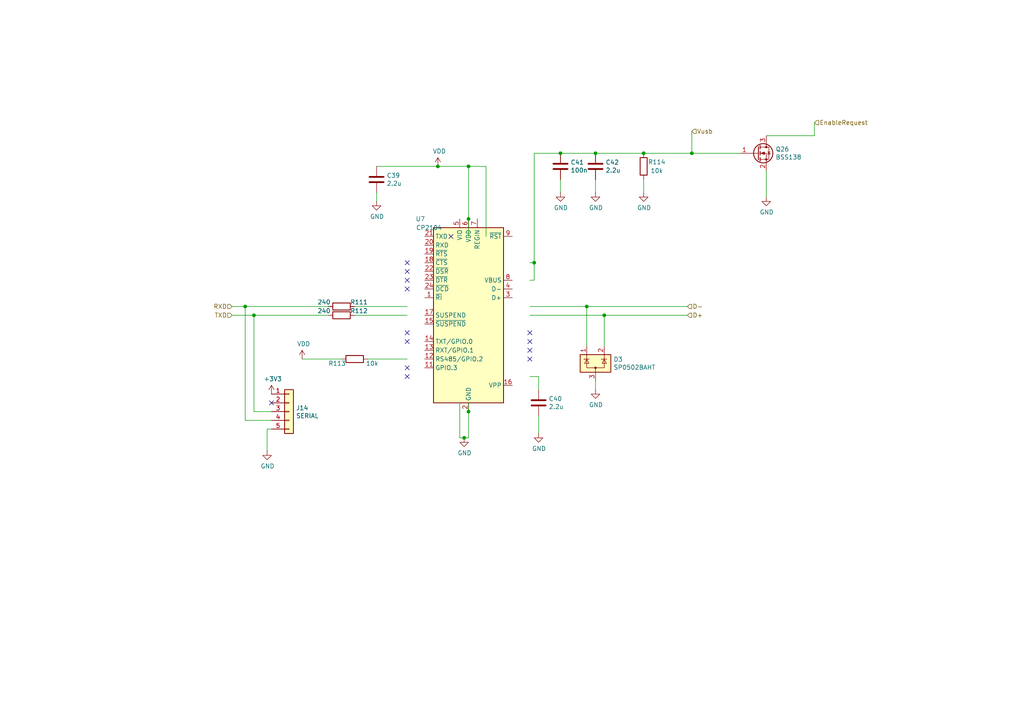
<source format=kicad_sch>
(kicad_sch (version 20250114) (generator "eeschema") (generator_version "9.0")
  (paper "A4")
  (lib_symbols
    (symbol "BMS-Master-rescue:+3.3V-power-BMS-Master-rescue" (power) (pin_names (offset 0))
      (property "Value" "+3.3V-power-BMS-Master-rescue" (at 0 3.556 0))
      (symbol "+3.3V-power-BMS-Master-rescue_0_1"
        (polyline (pts (xy -0.762 1.27) (xy 0 2.54)))
        (polyline (pts (xy 0 2.54) (xy 0.762 1.27)))
        (polyline (pts (xy 0 0) (xy 0 2.54)))
      )
      (symbol "+3.3V-power-BMS-Master-rescue_1_1"
        (pin power_in line (at 0 0 90) (length 0) (hide yes) (name "+3V3") (number "1"))
      )
    )
    (symbol "BMS-Master-rescue:Conn_01x05-Connector_Generic-BMS-Master-rescue" (pin_names (offset 1.016) (hide yes))
      (property "Reference" "J" (at 0 7.62 0))
      (property "Value" "Conn_01x05-Connector_Generic-BMS-Master-rescue" (at 0 -7.62 0))
      (symbol "Conn_01x05-Connector_Generic-BMS-Master-rescue_1_1"
        (rectangle (start -1.27 6.35) (end 1.27 -6.35) (stroke (width 0.254)) (fill (type background)))
        (rectangle (start -1.27 5.207) (end 0 4.953) (stroke (width 0.1524)))
        (rectangle (start -1.27 2.667) (end 0 2.413) (stroke (width 0.1524)))
        (rectangle (start -1.27 0.127) (end 0 -0.127) (stroke (width 0.1524)))
        (rectangle (start -1.27 -2.413) (end 0 -2.667) (stroke (width 0.1524)))
        (rectangle (start -1.27 -4.953) (end 0 -5.207) (stroke (width 0.1524)))
        (pin passive line (at -5.08 5.08 0) (length 3.81) (name "Pin_1") (number "1"))
        (pin passive line (at -5.08 2.54 0) (length 3.81) (name "Pin_2") (number "2"))
        (pin passive line (at -5.08 0 0) (length 3.81) (name "Pin_3") (number "3"))
        (pin passive line (at -5.08 -2.54 0) (length 3.81) (name "Pin_4") (number "4"))
        (pin passive line (at -5.08 -5.08 0) (length 3.81) (name "Pin_5") (number "5"))
      )
    )
    (symbol "Device:C" (pin_numbers (hide yes)) (pin_names (offset 0.254))
      (property "Reference" "C" (at 0.635 2.54 0))
      (property "Value" "C" (at 0.635 -2.54 0))
      (symbol "C_0_1"
        (polyline (pts (xy -2.032 0.762) (xy 2.032 0.762)) (stroke (width 0.508)))
        (polyline (pts (xy -2.032 -0.762) (xy 2.032 -0.762)) (stroke (width 0.508)))
      )
      (symbol "C_1_1"
        (pin passive line (at 0 3.81 270) (length 2.794) (name "~") (number "1"))
        (pin passive line (at 0 -3.81 90) (length 2.794) (name "~") (number "2"))
      )
    )
    (symbol "Device:R" (pin_numbers (hide yes)) (pin_names (offset 0))
      (property "Reference" "R" (at 2.032 0 90))
      (property "Value" "R" (at 0 0 90))
      (symbol "R_0_1"
        (rectangle (start -1.016 -2.54) (end 1.016 2.54) (stroke (width 0.254)))
      )
      (symbol "R_1_1"
        (pin passive line (at 0 3.81 270) (length 1.27) (name "~") (number "1"))
        (pin passive line (at 0 -3.81 90) (length 1.27) (name "~") (number "2"))
      )
    )
    (symbol "Interface_USB:CP2104"
      (property "Reference" "U" (at -5.08 28.575 0))
      (property "Value" "CP2104" (at -5.08 26.67 0))
      (symbol "CP2104_1_1"
        (rectangle (start -10.16 25.4) (end 10.16 -25.4) (stroke (width 0.254)) (fill (type background)))
        (pin bidirectional line (at -12.7 22.86 0) (length 2.54) (name "~{RST}") (number "9"))
        (pin input line (at -12.7 10.16 0) (length 2.54) (name "VBUS") (number "8"))
        (pin bidirectional line (at -12.7 7.62 0) (length 2.54) (name "D-") (number "4"))
        (pin bidirectional line (at -12.7 5.08 0) (length 2.54) (name "D+") (number "3"))
        (pin passive line (at -12.7 -20.32 0) (length 2.54) (name "VPP") (number "16"))
        (pin power_in line (at -2.54 27.94 270) (length 2.54) (name "REGIN") (number "7"))
        (pin power_in line (at 0 27.94 270) (length 2.54) (name "VDD") (number "6"))
        (pin power_in line (at 0 -27.94 90) (length 2.54) (name "GND") (number "2"))
        (pin passive line (at 0 -27.94 90) (length 2.54) (hide yes) (name "GND") (number "25"))
        (pin power_in line (at 2.54 27.94 270) (length 2.54) (name "VIO") (number "5"))
        (pin no_connect line (at 10.16 -20.32 180) (length 2.54) (hide yes) (name "NC") (number "10"))
        (pin output line (at 12.7 22.86 180) (length 2.54) (name "TXD") (number "21"))
        (pin input line (at 12.7 20.32 180) (length 2.54) (name "RXD") (number "20"))
        (pin output line (at 12.7 17.78 180) (length 2.54) (name "~{RTS}") (number "19"))
        (pin input line (at 12.7 15.24 180) (length 2.54) (name "~{CTS}") (number "18"))
        (pin input line (at 12.7 12.7 180) (length 2.54) (name "~{DSR}") (number "22"))
        (pin output line (at 12.7 10.16 180) (length 2.54) (name "~{DTR}") (number "23"))
        (pin input line (at 12.7 7.62 180) (length 2.54) (name "~{DCD}") (number "24"))
        (pin input line (at 12.7 5.08 180) (length 2.54) (name "~{RI}") (number "1"))
        (pin output line (at 12.7 0 180) (length 2.54) (name "SUSPEND") (number "17"))
        (pin output line (at 12.7 -2.54 180) (length 2.54) (name "~{SUSPEND}") (number "15"))
        (pin bidirectional line (at 12.7 -7.62 180) (length 2.54) (name "TXT/GPIO.0") (number "14"))
        (pin bidirectional line (at 12.7 -10.16 180) (length 2.54) (name "RXT/GPIO.1") (number "13"))
        (pin bidirectional line (at 12.7 -12.7 180) (length 2.54) (name "RS485/GPIO.2") (number "12"))
        (pin bidirectional line (at 12.7 -15.24 180) (length 2.54) (name "GPIO.3") (number "11"))
      )
    )
    (symbol "Power_Protection:SP0502BAHT" (pin_names (hide yes))
      (property "Reference" "D" (at 5.715 2.54 0))
      (property "Value" "SP0502BAHT" (at 5.715 0.635 0))
      (symbol "SP0502BAHT_0_0"
        (pin passive line (at 0 -5.08 90) (length 2.54) (name "A") (number "3"))
      )
      (symbol "SP0502BAHT_0_1"
        (rectangle (start -4.445 2.54) (end 4.445 -2.54) (stroke (width 0.254)) (fill (type background)))
        (polyline (pts (xy -3.302 1.016) (xy -3.302 1.27) (xy -1.905 1.27) (xy -1.778 1.27)))
        (polyline (pts (xy -2.54 2.54) (xy -2.54 1.27)))
        (polyline (pts (xy -2.54 1.27) (xy -2.54 -1.27) (xy 2.54 -1.27) (xy 2.54 1.27)))
        (polyline (pts (xy -2.54 1.27) (xy -1.905 0) (xy -3.175 0) (xy -2.54 1.27)))
        (polyline (pts (xy 0 -1.27) (xy 0 -2.54)))
        (circle (center 0 -1.27) (radius 0.254) (fill (type outline)))
        (polyline (pts (xy 1.778 1.016) (xy 1.778 1.27) (xy 3.175 1.27) (xy 3.302 1.27)))
        (polyline (pts (xy 2.54 2.54) (xy 2.54 1.27)))
        (polyline (pts (xy 2.54 1.27) (xy 1.905 0) (xy 3.175 0) (xy 2.54 1.27)))
      )
      (symbol "SP0502BAHT_1_1"
        (pin passive line (at -2.54 5.08 270) (length 2.54) (name "K") (number "1"))
        (pin passive line (at 2.54 5.08 270) (length 2.54) (name "K") (number "2"))
      )
    )
    (symbol "Transistor_FET:BSS138" (pin_names (offset 0) (hide yes))
      (property "Reference" "Q" (at 5.08 1.905 0))
      (property "Value" "BSS138" (at 5.08 0 0))
      (symbol "BSS138_0_1"
        (polyline (pts (xy 0.254 1.905) (xy 0.254 -1.905)) (stroke (width 0.254)))
        (polyline (pts (xy 0.254 0) (xy -2.54 0)))
        (polyline (pts (xy 0.762 2.286) (xy 0.762 1.27)) (stroke (width 0.254)))
        (polyline (pts (xy 0.762 0.508) (xy 0.762 -0.508)) (stroke (width 0.254)))
        (polyline (pts (xy 0.762 -1.27) (xy 0.762 -2.286)) (stroke (width 0.254)))
        (polyline (pts (xy 0.762 -1.778) (xy 3.302 -1.778) (xy 3.302 1.778) (xy 0.762 1.778)))
        (polyline (pts (xy 1.016 0) (xy 2.032 0.381) (xy 2.032 -0.381) (xy 1.016 0)) (fill (type outline)))
        (circle (center 1.651 0) (radius 2.794) (stroke (width 0.254)))
        (polyline (pts (xy 2.54 2.54) (xy 2.54 1.778)))
        (circle (center 2.54 1.778) (radius 0.254) (fill (type outline)))
        (circle (center 2.54 -1.778) (radius 0.254) (fill (type outline)))
        (polyline (pts (xy 2.54 -2.54) (xy 2.54 0) (xy 0.762 0)))
        (polyline (pts (xy 2.921 0.381) (xy 3.683 0.381)))
        (polyline (pts (xy 3.302 0.381) (xy 2.921 -0.254) (xy 3.683 -0.254) (xy 3.302 0.381)))
      )
      (symbol "BSS138_1_1"
        (pin input line (at -5.08 0 0) (length 2.54) (name "G") (number "1"))
        (pin passive line (at 2.54 5.08 270) (length 2.54) (name "D") (number "3"))
        (pin passive line (at 2.54 -5.08 90) (length 2.54) (name "S") (number "2"))
      )
    )
    (symbol "power:GND" (power) (pin_numbers (hide yes)) (pin_names (offset 0) (hide yes))
      (property "Value" "GND" (at 0 -3.81 0))
      (symbol "GND_0_1"
        (polyline (pts (xy 0 0) (xy 0 -1.27) (xy 1.27 -1.27) (xy 0 -2.54) (xy -1.27 -1.27) (xy 0 -1.27)))
      )
      (symbol "GND_1_1"
        (pin power_in line (at 0 0 270) (length 0) (name "~") (number "1"))
      )
    )
    (symbol "power:VDD" (power) (pin_numbers (hide yes)) (pin_names (offset 0) (hide yes))
      (property "Value" "VDD" (at 0 3.556 0))
      (symbol "VDD_0_1"
        (polyline (pts (xy -0.762 1.27) (xy 0 2.54)))
        (polyline (pts (xy 0 2.54) (xy 0.762 1.27)))
        (polyline (pts (xy 0 0) (xy 0 2.54)))
      )
      (symbol "VDD_1_1"
        (pin power_in line (at 0 0 90) (length 0) (name "~") (number "1"))
      )
    )
  )
  (junction (at 73.66 91.44))
  (junction (at 135.89 48.26))
  (junction (at 127 48.26))
  (junction (at 170.18 88.9))
  (junction (at 135.89 119.38))
  (junction (at 172.72 44.45))
  (junction (at 135.89 63.5))
  (junction (at 186.69 44.45))
  (junction (at 154.94 76.2))
  (junction (at 134.62 127))
  (junction (at 71.12 88.9))
  (junction (at 175.26 91.44))
  (junction (at 200.66 44.45))
  (junction (at 162.56 44.45))
  (no_connect (at 153.67 101.6))
  (no_connect (at 118.11 78.74))
  (no_connect (at 118.11 96.52))
  (no_connect (at 118.11 106.68))
  (no_connect (at 153.67 104.14))
  (no_connect (at 118.11 83.82))
  (no_connect (at 153.67 96.52))
  (no_connect (at 118.11 109.22))
  (no_connect (at 130.81 68.58))
  (no_connect (at 78.74 116.84))
  (no_connect (at 153.67 99.06))
  (no_connect (at 118.11 99.06))
  (no_connect (at 118.11 81.28))
  (no_connect (at 118.11 76.2))
  (wire (pts (xy 87.63 104.14) (xy 99.06 104.14)))
  (wire (pts (xy 156.21 109.22) (xy 153.67 109.22)))
  (wire (pts (xy 170.18 100.33) (xy 170.18 88.9)))
  (wire (pts (xy 109.22 58.42) (xy 109.22 55.88)))
  (wire (pts (xy 102.87 88.9) (xy 118.11 88.9)))
  (wire (pts (xy 172.72 55.88) (xy 172.72 52.07)))
  (wire (pts (xy 162.56 44.45) (xy 172.72 44.45)))
  (wire (pts (xy 175.26 91.44) (xy 199.39 91.44)))
  (wire (pts (xy 222.25 57.15) (xy 222.25 49.53)))
  (wire (pts (xy 135.89 48.26) (xy 140.97 48.26)))
  (wire (pts (xy 133.35 127) (xy 134.62 127)))
  (wire (pts (xy 67.31 88.9) (xy 71.12 88.9)))
  (wire (pts (xy 140.97 48.26) (xy 140.97 68.58)))
  (wire (pts (xy 222.25 39.37) (xy 236.22 39.37)))
  (wire (pts (xy 71.12 88.9) (xy 71.12 121.92)))
  (wire (pts (xy 154.94 76.2) (xy 153.67 76.2)))
  (wire (pts (xy 71.12 88.9) (xy 95.25 88.9)))
  (wire (pts (xy 135.89 48.26) (xy 127 48.26)))
  (wire (pts (xy 135.89 68.58) (xy 135.89 63.5)))
  (wire (pts (xy 175.26 91.44) (xy 175.26 100.33)))
  (wire (pts (xy 153.67 91.44) (xy 175.26 91.44)))
  (wire (pts (xy 73.66 91.44) (xy 67.31 91.44)))
  (wire (pts (xy 135.89 119.38) (xy 135.89 116.84)))
  (wire (pts (xy 133.35 116.84) (xy 133.35 127)))
  (wire (pts (xy 186.69 52.07) (xy 186.69 55.88)))
  (wire (pts (xy 77.47 130.81) (xy 77.47 124.46)))
  (wire (pts (xy 156.21 113.03) (xy 156.21 109.22)))
  (wire (pts (xy 236.22 39.37) (xy 236.22 35.56)))
  (wire (pts (xy 118.11 91.44) (xy 102.87 91.44)))
  (wire (pts (xy 200.66 44.45) (xy 186.69 44.45)))
  (wire (pts (xy 172.72 44.45) (xy 186.69 44.45)))
  (wire (pts (xy 153.67 81.28) (xy 154.94 81.28)))
  (wire (pts (xy 78.74 119.38) (xy 73.66 119.38)))
  (wire (pts (xy 154.94 76.2) (xy 154.94 44.45)))
  (wire (pts (xy 170.18 88.9) (xy 199.39 88.9)))
  (wire (pts (xy 135.89 127) (xy 135.89 119.38)))
  (wire (pts (xy 153.67 88.9) (xy 170.18 88.9)))
  (wire (pts (xy 172.72 110.49) (xy 172.72 113.03)))
  (wire (pts (xy 156.21 120.65) (xy 156.21 125.73)))
  (wire (pts (xy 135.89 63.5) (xy 135.89 48.26)))
  (wire (pts (xy 200.66 38.1) (xy 200.66 44.45)))
  (wire (pts (xy 106.68 104.14) (xy 118.11 104.14)))
  (wire (pts (xy 154.94 44.45) (xy 162.56 44.45)))
  (wire (pts (xy 162.56 52.07) (xy 162.56 55.88)))
  (wire (pts (xy 200.66 44.45) (xy 214.63 44.45)))
  (wire (pts (xy 95.25 91.44) (xy 73.66 91.44)))
  (wire (pts (xy 127 48.26) (xy 109.22 48.26)))
  (wire (pts (xy 71.12 121.92) (xy 78.74 121.92)))
  (wire (pts (xy 134.62 127) (xy 135.89 127)))
  (wire (pts (xy 73.66 119.38) (xy 73.66 91.44)))
  (wire (pts (xy 77.47 124.46) (xy 78.74 124.46)))
  (wire (pts (xy 154.94 81.28) (xy 154.94 76.2)))
  (hierarchical_label "D-" (shape input) (at 199.39 88.9 0))
  (hierarchical_label "Vusb" (shape input) (at 200.66 38.1 0))
  (hierarchical_label "D+" (shape input) (at 199.39 91.44 0))
  (hierarchical_label "EnableRequest" (shape input) (at 236.22 35.56 0))
  (hierarchical_label "TXD" (shape input) (at 67.31 91.44 180))
  (hierarchical_label "RXD" (shape input) (at 67.31 88.9 180))
  (symbol (lib_id "Interface_USB:CP2104") (at 135.89 91.44 0) (mirror y) (unit 1)
    (property "Reference" "U7" (at 121.92 63.5 0))
    (property "Value" "CP2104" (at 124.46 66.04 0))
    (property "Footprint" "Housings_DFN_QFN:QFN-24-1EP_4x4mm_Pitch0.5mm" (effects (hide yes)))
    (property "Datasheet" "https://www.silabs.com/Support%20Documents/TechnicalDocs/cp2104.pdf" (effects (hide yes)))
    (property "MPN" "CP2104-F03-GM" (effects (hide yes)))
  )
  (symbol (lib_id "power:GND") (at 134.62 127 0) (unit 1)
    (property "Reference" "#PWR0172" (effects (hide yes)))
    (property "Value" "GND" (at 134.747 131.3942 0))
  )
  (symbol (lib_id "Device:R") (at 99.06 88.9 270) (unit 1)
    (property "Reference" "R111" (at 104.14 87.63 90))
    (property "Value" "240" (at 93.98 87.63 90))
    (property "Footprint" "Resistor_SMD:R_0603_1608Metric" (effects (hide yes)))
    (property "MPN" "RC0603FR-07240RL" (effects (hide yes)))
  )
  (symbol (lib_id "Device:R") (at 99.06 91.44 270) (unit 1)
    (property "Reference" "R112" (at 104.14 90.17 90))
    (property "Value" "240" (at 93.98 90.17 90))
    (property "Footprint" "Resistor_SMD:R_0603_1608Metric" (effects (hide yes)))
    (property "MPN" "RC0603FR-07240RL" (effects (hide yes)))
  )
  (symbol (lib_id "Power_Protection:SP0502BAHT") (at 172.72 105.41 0) (unit 1)
    (property "Reference" "D3" (at 177.927 104.2416 0) (effects (justify left)))
    (property "Value" "SP0502BAHT" (at 177.927 106.553 0) (effects (justify left)))
    (property "Footprint" "TO_SOT_Packages_SMD:SOT-23" (effects (hide yes)))
    (property "Datasheet" "http://www.littelfuse.com/~/media/files/littelfuse/technical%20resources/documents/data%20sheets/sp05xxba.pdf" (effects (hide yes)))
    (property "MPN" "SP0502BAHTG" (effects (hide yes)))
  )
  (symbol (lib_id "power:GND") (at 172.72 113.03 0) (unit 1)
    (property "Reference" "#PWR0173" (effects (hide yes)))
    (property "Value" "GND" (at 172.847 117.4242 0))
  )
  (symbol (lib_id "Device:R") (at 102.87 104.14 90) (unit 1)
    (property "Reference" "R113" (at 97.79 105.41 90))
    (property "Value" "10k" (at 107.95 105.41 90))
    (property "Footprint" "Resistor_SMD:R_0603_1608Metric" (effects (hide yes)))
    (property "MPN" "RC0603FR-0710KL" (effects (hide yes)))
  )
  (symbol (lib_id "Device:C") (at 156.21 116.84 0) (unit 1)
    (property "Reference" "C40" (at 159.131 115.6716 0) (effects (justify left)))
    (property "Value" "2.2u" (at 159.131 117.983 0) (effects (justify left)))
    (property "Footprint" "Capacitor_SMD:C_0603_1608Metric" (effects (hide yes)))
    (property "MPN" "GRM188R61A225KE34D" (effects (hide yes)))
  )
  (symbol (lib_id "power:GND") (at 156.21 125.73 0) (unit 1)
    (property "Reference" "#PWR0174" (effects (hide yes)))
    (property "Value" "GND" (at 156.337 130.1242 0))
  )
  (symbol (lib_id "Device:C") (at 109.22 52.07 0) (unit 1)
    (property "Reference" "C39" (at 112.141 50.9016 0) (effects (justify left)))
    (property "Value" "2.2u" (at 112.141 53.213 0) (effects (justify left)))
    (property "Footprint" "Capacitor_SMD:C_0603_1608Metric" (effects (hide yes)))
    (property "MPN" "GRM188R61A225KE34D" (effects (hide yes)))
  )
  (symbol (lib_id "power:GND") (at 109.22 58.42 0) (unit 1)
    (property "Reference" "#PWR0175" (effects (hide yes)))
    (property "Value" "GND" (at 109.347 62.8142 0))
  )
  (symbol (lib_id "power:VDD") (at 127 48.26 0) (unit 1)
    (property "Reference" "#PWR0177" (effects (hide yes)))
    (property "Value" "VDD" (at 127.4318 43.8658 0))
  )
  (symbol (lib_id "power:VDD") (at 87.63 104.14 0) (unit 1)
    (property "Reference" "#PWR0178" (effects (hide yes)))
    (property "Value" "VDD" (at 88.0618 99.7458 0))
  )
  (symbol (lib_id "Device:C") (at 172.72 48.26 0) (unit 1)
    (property "Reference" "C42" (at 175.641 47.0916 0) (effects (justify left)))
    (property "Value" "2.2u" (at 175.641 49.403 0) (effects (justify left)))
    (property "Footprint" "Capacitor_SMD:C_0603_1608Metric" (effects (hide yes)))
    (property "MPN" "GRM188R61A225KE34D" (effects (hide yes)))
  )
  (symbol (lib_id "Device:C") (at 162.56 48.26 0) (unit 1)
    (property "Reference" "C41" (at 165.481 47.0916 0) (effects (justify left)))
    (property "Value" "100n" (at 165.481 49.403 0) (effects (justify left)))
    (property "Footprint" "Capacitor_SMD:C_0603_1608Metric" (effects (hide yes)))
    (property "MPN" "GRM188R71E104KA01D" (effects (hide yes)))
  )
  (symbol (lib_id "Device:R") (at 186.69 48.26 0) (unit 1)
    (property "Reference" "R114" (at 190.5 46.99 0))
    (property "Value" "10k" (at 190.5 49.53 0))
    (property "Footprint" "Resistor_SMD:R_0603_1608Metric" (effects (hide yes)))
    (property "MPN" "RC0603FR-0710KL" (effects (hide yes)))
  )
  (symbol (lib_id "power:GND") (at 162.56 55.88 0) (unit 1)
    (property "Reference" "#PWR0179" (effects (hide yes)))
    (property "Value" "GND" (at 162.687 60.2742 0))
  )
  (symbol (lib_id "power:GND") (at 172.72 55.88 0) (unit 1)
    (property "Reference" "#PWR0180" (effects (hide yes)))
    (property "Value" "GND" (at 172.847 60.2742 0))
  )
  (symbol (lib_id "power:GND") (at 186.69 55.88 0) (unit 1)
    (property "Reference" "#PWR0181" (effects (hide yes)))
    (property "Value" "GND" (at 186.817 60.2742 0))
  )
  (symbol (lib_id "Transistor_FET:BSS138") (at 219.71 44.45 0) (unit 1)
    (property "Reference" "Q26" (at 224.9424 43.2816 0) (effects (justify left)))
    (property "Value" "BSS138" (at 224.9424 45.593 0) (effects (justify left)))
    (property "Footprint" "TO_SOT_Packages_SMD:SOT-23" (effects (hide yes)))
    (property "Datasheet" "https://www.fairchildsemi.com/datasheets/BS/BSS138.pdf" (effects (hide yes)))
    (property "MPN" "BSS138" (effects (hide yes)))
  )
  (symbol (lib_id "power:GND") (at 222.25 57.15 0) (unit 1)
    (property "Reference" "#PWR0182" (effects (hide yes)))
    (property "Value" "GND" (at 222.377 61.5442 0))
  )
  (symbol (lib_id "BMS-Master-rescue:Conn_01x05-Connector_Generic-BMS-Master-rescue") (at 83.82 119.38 0) (unit 1)
    (property "Reference" "J14" (at 85.852 118.3132 0) (effects (justify left)))
    (property "Value" "SERIAL" (at 85.852 120.6246 0) (effects (justify left)))
    (property "Footprint" "Connectors_Molex:Molex_KK-6410-05_05x2.54mm_Straight" (effects (hide yes)))
    (property "MPN" "70543-0004" (effects (hide yes)))
  )
  (symbol (lib_id "power:GND") (at 77.47 130.81 0) (unit 1)
    (property "Reference" "#PWR01" (effects (hide yes)))
    (property "Value" "GND" (at 77.597 135.2042 0))
  )
  (symbol (lib_id "BMS-Master-rescue:+3.3V-power-BMS-Master-rescue") (at 78.74 114.3 0) (unit 1)
    (property "Reference" "#PWR02" (effects (hide yes)))
    (property "Value" "+3V3" (at 79.121 109.9058 0))
  )
)
</source>
